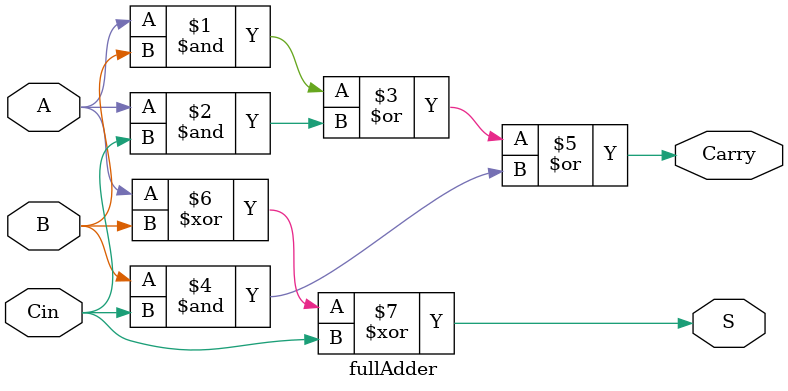
<source format=v>
`timescale 1ns / 1ps
module fullAdder(A, B, Cin, S, Carry);
	 
	 input A, B, Cin;
	 output S,Carry;
	 
	 assign Carry = (A & B) | (A & Cin) | (B & Cin);
	 assign S = A ^ B ^ Cin;

endmodule

</source>
